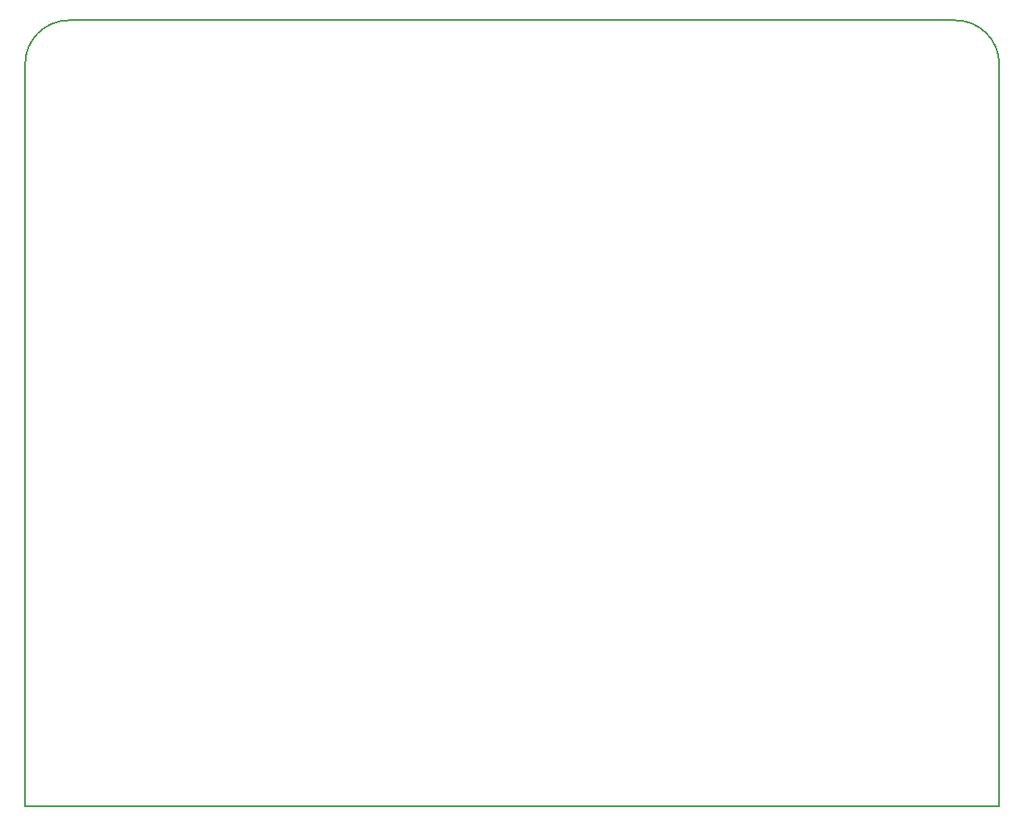
<source format=gm1>
G04 #@! TF.FileFunction,Profile,NP*
%FSLAX46Y46*%
G04 Gerber Fmt 4.6, Leading zero omitted, Abs format (unit mm)*
G04 Created by KiCad (PCBNEW 4.0.7) date 09/02/18 01:42:51*
%MOMM*%
%LPD*%
G01*
G04 APERTURE LIST*
%ADD10C,0.100000*%
%ADD11C,0.150000*%
G04 APERTURE END LIST*
D10*
D11*
X199390000Y-147320000D02*
X199390000Y-71755000D01*
X100330000Y-71755000D02*
X100330000Y-147320000D01*
X194945000Y-67310000D02*
X104775000Y-67310000D01*
X199390000Y-71755000D02*
G75*
G03X194945000Y-67310000I-4445000J0D01*
G01*
X104775000Y-67310000D02*
G75*
G03X100330000Y-71755000I0J-4445000D01*
G01*
X199390000Y-147320000D02*
X100330000Y-147320000D01*
M02*

</source>
